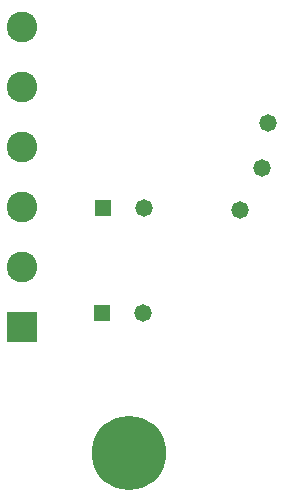
<source format=gbs>
G04*
G04 #@! TF.GenerationSoftware,Altium Limited,Altium Designer,20.1.10 (176)*
G04*
G04 Layer_Color=16711935*
%FSLAX24Y24*%
%MOIN*%
G70*
G04*
G04 #@! TF.SameCoordinates,434D76CE-413E-4709-B596-876F764042CA*
G04*
G04*
G04 #@! TF.FilePolarity,Negative*
G04*
G01*
G75*
%ADD19C,0.2480*%
%ADD20C,0.1025*%
%ADD21R,0.1025X0.1025*%
%ADD22R,0.0582X0.0582*%
%ADD23C,0.0582*%
%ADD24C,0.0580*%
D19*
X27500Y26250D02*
D03*
D20*
X23950Y40450D02*
D03*
Y38450D02*
D03*
Y36450D02*
D03*
Y34450D02*
D03*
Y32450D02*
D03*
D21*
Y30450D02*
D03*
D22*
X26650Y34400D02*
D03*
X26600Y30900D02*
D03*
D23*
X28028Y34400D02*
D03*
X27978Y30900D02*
D03*
D24*
X31950Y35750D02*
D03*
X32150Y37250D02*
D03*
X31200Y34350D02*
D03*
M02*

</source>
